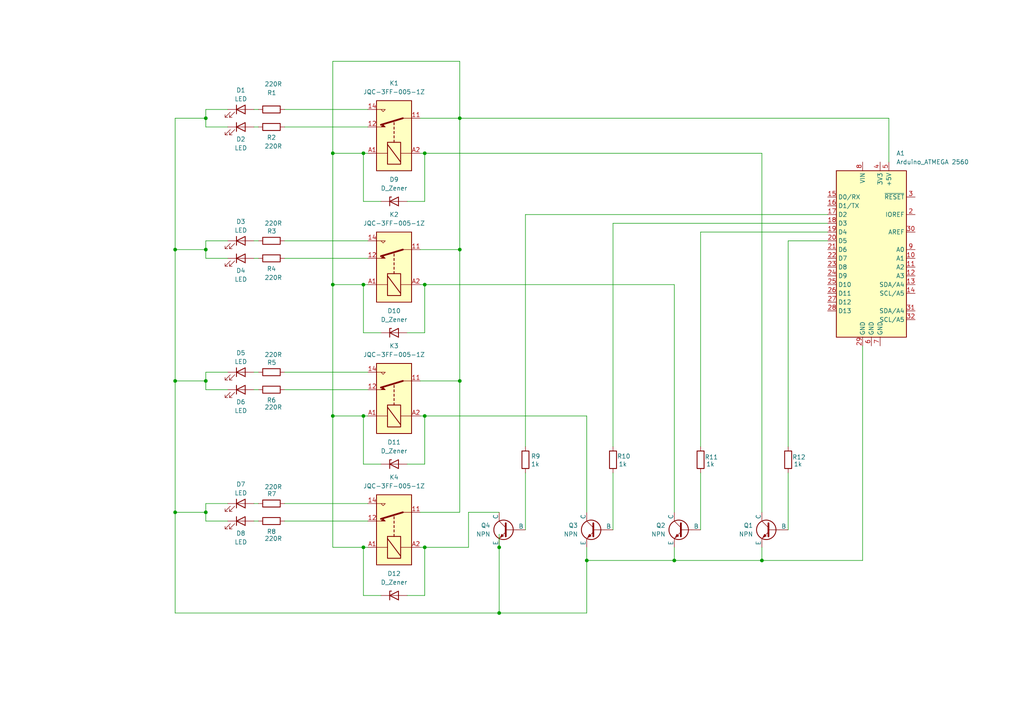
<source format=kicad_sch>
(kicad_sch (version 20250114) (generator "eeschema") (generator_version "9.0")
  (paper "A4")
  (lib_symbols
    (symbol "Device:D_Zener" (pin_numbers (hide yes)) (pin_names (offset 1.016) (hide yes))
      (property "Reference" "D" (at 0 2.54 0))
      (property "Value" "D_Zener" (at 0 -2.54 0))
      (symbol "D_Zener_0_1"
        (polyline (pts (xy -1.27 -1.27) (xy -1.27 1.27) (xy -0.762 1.27)) (stroke (width 0.254)))
        (polyline (pts (xy 1.27 0) (xy -1.27 0)))
        (polyline (pts (xy 1.27 -1.27) (xy 1.27 1.27) (xy -1.27 0) (xy 1.27 -1.27)) (stroke (width 0.254)))
      )
      (symbol "D_Zener_1_1"
        (pin passive line (at -3.81 0 0) (length 2.54) (name "K") (number "1"))
        (pin passive line (at 3.81 0 180) (length 2.54) (name "A") (number "2"))
      )
    )
    (symbol "Device:LED" (pin_numbers (hide yes)) (pin_names (offset 1.016) (hide yes))
      (property "Reference" "D" (at 0 2.54 0))
      (property "Value" "LED" (at 0 -2.54 0))
      (symbol "LED_0_1"
        (polyline (pts (xy -3.048 -0.762) (xy -4.572 -2.286) (xy -3.81 -2.286) (xy -4.572 -2.286) (xy -4.572 -1.524)))
        (polyline (pts (xy -1.778 -0.762) (xy -3.302 -2.286) (xy -2.54 -2.286) (xy -3.302 -2.286) (xy -3.302 -1.524)))
        (polyline (pts (xy -1.27 0) (xy 1.27 0)))
        (polyline (pts (xy -1.27 -1.27) (xy -1.27 1.27)) (stroke (width 0.254)))
        (polyline (pts (xy 1.27 -1.27) (xy 1.27 1.27) (xy -1.27 0) (xy 1.27 -1.27)) (stroke (width 0.254)))
      )
      (symbol "LED_1_1"
        (pin passive line (at -3.81 0 0) (length 2.54) (name "K") (number "1"))
        (pin passive line (at 3.81 0 180) (length 2.54) (name "A") (number "2"))
      )
    )
    (symbol "Device:R" (pin_numbers (hide yes)) (pin_names (offset 0))
      (property "Reference" "R" (at 2.032 0 90))
      (property "Value" "R" (at 0 0 90))
      (symbol "R_0_1"
        (rectangle (start -1.016 -2.54) (end 1.016 2.54) (stroke (width 0.254)))
      )
      (symbol "R_1_1"
        (pin passive line (at 0 3.81 270) (length 1.27) (name "~") (number "1"))
        (pin passive line (at 0 -3.81 90) (length 1.27) (name "~") (number "2"))
      )
    )
    (symbol "MCU_Module:Arduino_UNO_R3"
      (property "Reference" "A" (at -10.16 23.495 0))
      (property "Value" "Arduino_UNO_R3" (at 5.08 -26.67 0))
      (symbol "Arduino_UNO_R3_0_1"
        (rectangle (start -10.16 22.86) (end 10.16 -25.4) (stroke (width 0.254)) (fill (type background)))
      )
      (symbol "Arduino_UNO_R3_1_1"
        (pin bidirectional line (at -12.7 15.24 0) (length 2.54) (name "D0/RX") (number "15"))
        (pin bidirectional line (at -12.7 12.7 0) (length 2.54) (name "D1/TX") (number "16"))
        (pin bidirectional line (at -12.7 10.16 0) (length 2.54) (name "D2") (number "17"))
        (pin bidirectional line (at -12.7 7.62 0) (length 2.54) (name "D3") (number "18"))
        (pin bidirectional line (at -12.7 5.08 0) (length 2.54) (name "D4") (number "19"))
        (pin bidirectional line (at -12.7 2.54 0) (length 2.54) (name "D5") (number "20"))
        (pin bidirectional line (at -12.7 0 0) (length 2.54) (name "D6") (number "21"))
        (pin bidirectional line (at -12.7 -2.54 0) (length 2.54) (name "D7") (number "22"))
        (pin bidirectional line (at -12.7 -5.08 0) (length 2.54) (name "D8") (number "23"))
        (pin bidirectional line (at -12.7 -7.62 0) (length 2.54) (name "D9") (number "24"))
        (pin bidirectional line (at -12.7 -10.16 0) (length 2.54) (name "D10") (number "25"))
        (pin bidirectional line (at -12.7 -12.7 0) (length 2.54) (name "D11") (number "26"))
        (pin bidirectional line (at -12.7 -15.24 0) (length 2.54) (name "D12") (number "27"))
        (pin bidirectional line (at -12.7 -17.78 0) (length 2.54) (name "D13") (number "28"))
        (pin no_connect line (at -10.16 -20.32 0) (length 2.54) (hide yes) (name "NC") (number "1"))
        (pin power_in line (at -2.54 25.4 270) (length 2.54) (name "VIN") (number "8"))
        (pin power_in line (at -2.54 -27.94 90) (length 2.54) (name "GND") (number "29"))
        (pin power_in line (at 0 -27.94 90) (length 2.54) (name "GND") (number "6"))
        (pin power_out line (at 2.54 25.4 270) (length 2.54) (name "3V3") (number "4"))
        (pin power_in line (at 2.54 -27.94 90) (length 2.54) (name "GND") (number "7"))
        (pin power_out line (at 5.08 25.4 270) (length 2.54) (name "+5V") (number "5"))
        (pin input line (at 12.7 15.24 180) (length 2.54) (name "~{RESET}") (number "3"))
        (pin output line (at 12.7 10.16 180) (length 2.54) (name "IOREF") (number "2"))
        (pin input line (at 12.7 5.08 180) (length 2.54) (name "AREF") (number "30"))
        (pin bidirectional line (at 12.7 0 180) (length 2.54) (name "A0") (number "9"))
        (pin bidirectional line (at 12.7 -2.54 180) (length 2.54) (name "A1") (number "10"))
        (pin bidirectional line (at 12.7 -5.08 180) (length 2.54) (name "A2") (number "11"))
        (pin bidirectional line (at 12.7 -7.62 180) (length 2.54) (name "A3") (number "12"))
        (pin bidirectional line (at 12.7 -10.16 180) (length 2.54) (name "SDA/A4") (number "13"))
        (pin bidirectional line (at 12.7 -12.7 180) (length 2.54) (name "SCL/A5") (number "14"))
        (pin bidirectional line (at 12.7 -17.78 180) (length 2.54) (name "SDA/A4") (number "31"))
        (pin bidirectional line (at 12.7 -20.32 180) (length 2.54) (name "SCL/A5") (number "32"))
      )
    )
    (symbol "Relay:JQC-3FF-005-1Z"
      (property "Reference" "K" (at 11.43 3.81 0))
      (property "Value" "JQC-3FF-005-1Z" (at 11.43 1.27 0))
      (symbol "JQC-3FF-005-1Z_0_0"
        (polyline (pts (xy 7.62 5.08) (xy 7.62 2.54) (xy 6.985 3.175) (xy 7.62 3.81)))
      )
      (symbol "JQC-3FF-005-1Z_0_1"
        (rectangle (start -10.16 5.08) (end 10.16 -5.08) (stroke (width 0.254)) (fill (type background)))
        (rectangle (start -8.255 1.905) (end -1.905 -1.905) (stroke (width 0.254)))
        (polyline (pts (xy -7.62 -1.905) (xy -2.54 1.905)) (stroke (width 0.254)))
        (polyline (pts (xy -5.08 5.08) (xy -5.08 1.905)))
        (polyline (pts (xy -5.08 -5.08) (xy -5.08 -1.905)))
        (polyline (pts (xy -1.905 0) (xy -1.27 0)) (stroke (width 0.254)))
        (polyline (pts (xy -0.635 0) (xy 0 0)) (stroke (width 0.254)))
        (polyline (pts (xy 0.635 0) (xy 1.27 0)) (stroke (width 0.254)))
        (polyline (pts (xy 1.905 0) (xy 2.54 0)) (stroke (width 0.254)))
        (polyline (pts (xy 2.54 5.08) (xy 2.54 2.54) (xy 3.175 3.175) (xy 2.54 3.81)) (fill (type outline)))
        (polyline (pts (xy 3.175 0) (xy 3.81 0)) (stroke (width 0.254)))
        (polyline (pts (xy 5.08 -2.54) (xy 3.175 3.81)) (stroke (width 0.508)))
        (polyline (pts (xy 5.08 -2.54) (xy 5.08 -5.08)))
      )
      (symbol "JQC-3FF-005-1Z_1_1"
        (pin passive line (at -5.08 7.62 270) (length 2.54) (name "~") (number "A1"))
        (pin passive line (at -5.08 -7.62 90) (length 2.54) (name "~") (number "A2"))
        (pin passive line (at 2.54 7.62 270) (length 2.54) (name "~") (number "12"))
        (pin passive line (at 5.08 -7.62 90) (length 2.54) (name "~") (number "11"))
        (pin passive line (at 7.62 7.62 270) (length 2.54) (name "~") (number "14"))
      )
    )
    (symbol "Simulation_SPICE:NPN" (pin_numbers (hide yes)) (pin_names (offset 0))
      (property "Reference" "Q" (at -2.54 7.62 0))
      (property "Value" "NPN" (at -2.54 5.08 0))
      (symbol "NPN_0_1"
        (polyline (pts (xy -2.54 0) (xy 0.635 0)) (stroke (width 0.1524)))
        (polyline (pts (xy 0.635 1.905) (xy 0.635 -1.905) (xy 0.635 -1.905)) (stroke (width 0.508)))
        (polyline (pts (xy 0.635 0.635) (xy 2.54 2.54)))
        (polyline (pts (xy 0.635 -0.635) (xy 2.54 -2.54) (xy 2.54 -2.54)))
        (circle (center 1.27 0) (radius 2.8194) (stroke (width 0.254)))
        (polyline (pts (xy 1.27 -1.778) (xy 1.778 -1.27) (xy 2.286 -2.286) (xy 1.27 -1.778) (xy 1.27 -1.778)) (fill (type outline)))
        (polyline (pts (xy 2.794 -1.27) (xy 2.794 -1.27)) (stroke (width 0.1524)))
        (polyline (pts (xy 2.794 -1.27) (xy 2.794 -1.27)) (stroke (width 0.1524)))
      )
      (symbol "NPN_1_1"
        (pin input line (at -5.08 0 0) (length 2.54) (name "B") (number "2"))
        (pin open_collector line (at 2.54 5.08 270) (length 2.54) (name "C") (number "1"))
        (pin open_emitter line (at 2.54 -5.08 90) (length 2.54) (name "E") (number "3"))
      )
    )
  )
  (junction (at 96.52 82.55))
  (junction (at 144.78 177.8))
  (junction (at 105.41 44.45))
  (junction (at 133.35 72.39))
  (junction (at 105.41 158.75))
  (junction (at 123.19 82.55))
  (junction (at 50.8 110.49))
  (junction (at 59.69 72.39))
  (junction (at 220.98 162.56))
  (junction (at 59.69 34.29))
  (junction (at 170.18 162.56))
  (junction (at 50.8 72.39))
  (junction (at 105.41 82.55))
  (junction (at 59.69 110.49))
  (junction (at 96.52 44.45))
  (junction (at 123.19 158.75))
  (junction (at 96.52 120.65))
  (junction (at 133.35 110.49))
  (junction (at 144.78 158.75))
  (junction (at 50.8 148.59))
  (junction (at 133.35 34.29))
  (junction (at 195.58 162.56))
  (junction (at 105.41 120.65))
  (junction (at 123.19 44.45))
  (junction (at 123.19 120.65))
  (junction (at 59.69 148.59))
  (wire (pts (xy 203.2 67.31) (xy 240.03 67.31)))
  (wire (pts (xy 135.89 158.75) (xy 123.19 158.75)))
  (wire (pts (xy 152.4 62.23) (xy 240.03 62.23)))
  (wire (pts (xy 257.81 34.29) (xy 133.35 34.29)))
  (wire (pts (xy 59.69 107.95) (xy 66.04 107.95)))
  (wire (pts (xy 133.35 34.29) (xy 121.92 34.29)))
  (wire (pts (xy 123.19 44.45) (xy 121.92 44.45)))
  (wire (pts (xy 220.98 162.56) (xy 195.58 162.56)))
  (wire (pts (xy 59.69 34.29) (xy 59.69 36.83)))
  (wire (pts (xy 96.52 82.55) (xy 96.52 44.45)))
  (wire (pts (xy 59.69 74.93) (xy 66.04 74.93)))
  (wire (pts (xy 59.69 107.95) (xy 59.69 110.49)))
  (wire (pts (xy 74.93 146.05) (xy 73.66 146.05)))
  (wire (pts (xy 96.52 44.45) (xy 96.52 17.78)))
  (wire (pts (xy 195.58 162.56) (xy 195.58 158.75)))
  (wire (pts (xy 144.78 158.75) (xy 144.78 177.8)))
  (wire (pts (xy 220.98 44.45) (xy 123.19 44.45)))
  (wire (pts (xy 59.69 72.39) (xy 59.69 74.93)))
  (wire (pts (xy 82.55 74.93) (xy 106.68 74.93)))
  (wire (pts (xy 133.35 17.78) (xy 133.35 34.29)))
  (wire (pts (xy 82.55 151.13) (xy 106.68 151.13)))
  (wire (pts (xy 118.11 58.42) (xy 123.19 58.42)))
  (wire (pts (xy 123.19 158.75) (xy 121.92 158.75)))
  (wire (pts (xy 257.81 46.99) (xy 257.81 34.29)))
  (wire (pts (xy 220.98 158.75) (xy 220.98 162.56)))
  (wire (pts (xy 105.41 158.75) (xy 96.52 158.75)))
  (wire (pts (xy 152.4 129.54) (xy 152.4 62.23)))
  (wire (pts (xy 73.66 36.83) (xy 74.93 36.83)))
  (wire (pts (xy 123.19 82.55) (xy 195.58 82.55)))
  (wire (pts (xy 220.98 148.59) (xy 220.98 44.45)))
  (wire (pts (xy 105.41 158.75) (xy 106.68 158.75)))
  (wire (pts (xy 105.41 120.65) (xy 106.68 120.65)))
  (wire (pts (xy 118.11 96.52) (xy 123.19 96.52)))
  (wire (pts (xy 203.2 137.16) (xy 203.2 153.67)))
  (wire (pts (xy 118.11 172.72) (xy 123.19 172.72)))
  (wire (pts (xy 73.66 151.13) (xy 74.93 151.13)))
  (wire (pts (xy 50.8 34.29) (xy 59.69 34.29)))
  (wire (pts (xy 121.92 148.59) (xy 133.35 148.59)))
  (wire (pts (xy 50.8 148.59) (xy 59.69 148.59)))
  (wire (pts (xy 170.18 158.75) (xy 170.18 162.56)))
  (wire (pts (xy 170.18 162.56) (xy 170.18 177.8)))
  (wire (pts (xy 123.19 120.65) (xy 123.19 134.62)))
  (wire (pts (xy 133.35 148.59) (xy 133.35 110.49)))
  (wire (pts (xy 105.41 58.42) (xy 105.41 44.45)))
  (wire (pts (xy 144.78 154.94) (xy 144.78 158.75)))
  (wire (pts (xy 121.92 110.49) (xy 133.35 110.49)))
  (wire (pts (xy 144.78 148.59) (xy 135.89 148.59)))
  (wire (pts (xy 195.58 148.59) (xy 195.58 82.55)))
  (wire (pts (xy 123.19 82.55) (xy 123.19 96.52)))
  (wire (pts (xy 74.93 31.75) (xy 73.66 31.75)))
  (wire (pts (xy 82.55 146.05) (xy 106.68 146.05)))
  (wire (pts (xy 59.69 69.85) (xy 59.69 72.39)))
  (wire (pts (xy 59.69 110.49) (xy 59.69 113.03)))
  (wire (pts (xy 82.55 113.03) (xy 106.68 113.03)))
  (wire (pts (xy 50.8 148.59) (xy 50.8 177.8)))
  (wire (pts (xy 59.69 113.03) (xy 66.04 113.03)))
  (wire (pts (xy 50.8 72.39) (xy 50.8 110.49)))
  (wire (pts (xy 59.69 31.75) (xy 66.04 31.75)))
  (wire (pts (xy 74.93 107.95) (xy 73.66 107.95)))
  (wire (pts (xy 123.19 58.42) (xy 123.19 44.45)))
  (wire (pts (xy 228.6 137.16) (xy 228.6 153.67)))
  (wire (pts (xy 170.18 177.8) (xy 144.78 177.8)))
  (wire (pts (xy 73.66 74.93) (xy 74.93 74.93)))
  (wire (pts (xy 50.8 72.39) (xy 59.69 72.39)))
  (wire (pts (xy 59.69 148.59) (xy 59.69 151.13)))
  (wire (pts (xy 110.49 96.52) (xy 105.41 96.52)))
  (wire (pts (xy 123.19 158.75) (xy 123.19 172.72)))
  (wire (pts (xy 177.8 129.54) (xy 177.8 64.77)))
  (wire (pts (xy 105.41 82.55) (xy 105.41 96.52)))
  (wire (pts (xy 96.52 82.55) (xy 105.41 82.55)))
  (wire (pts (xy 105.41 44.45) (xy 106.68 44.45)))
  (wire (pts (xy 50.8 34.29) (xy 50.8 72.39)))
  (wire (pts (xy 59.69 36.83) (xy 66.04 36.83)))
  (wire (pts (xy 228.6 129.54) (xy 228.6 69.85)))
  (wire (pts (xy 110.49 134.62) (xy 105.41 134.62)))
  (wire (pts (xy 133.35 110.49) (xy 133.35 72.39)))
  (wire (pts (xy 170.18 120.65) (xy 123.19 120.65)))
  (wire (pts (xy 59.69 146.05) (xy 66.04 146.05)))
  (wire (pts (xy 59.69 151.13) (xy 66.04 151.13)))
  (wire (pts (xy 50.8 110.49) (xy 59.69 110.49)))
  (wire (pts (xy 123.19 82.55) (xy 121.92 82.55)))
  (wire (pts (xy 50.8 110.49) (xy 50.8 148.59)))
  (wire (pts (xy 152.4 137.16) (xy 152.4 153.67)))
  (wire (pts (xy 121.92 72.39) (xy 133.35 72.39)))
  (wire (pts (xy 177.8 64.77) (xy 240.03 64.77)))
  (wire (pts (xy 105.41 82.55) (xy 106.68 82.55)))
  (wire (pts (xy 59.69 146.05) (xy 59.69 148.59)))
  (wire (pts (xy 170.18 148.59) (xy 170.18 120.65)))
  (wire (pts (xy 105.41 158.75) (xy 105.41 172.72)))
  (wire (pts (xy 105.41 120.65) (xy 105.41 134.62)))
  (wire (pts (xy 110.49 58.42) (xy 105.41 58.42)))
  (wire (pts (xy 250.19 100.33) (xy 250.19 162.56)))
  (wire (pts (xy 203.2 129.54) (xy 203.2 67.31)))
  (wire (pts (xy 177.8 137.16) (xy 177.8 153.67)))
  (wire (pts (xy 73.66 113.03) (xy 74.93 113.03)))
  (wire (pts (xy 74.93 69.85) (xy 73.66 69.85)))
  (wire (pts (xy 133.35 72.39) (xy 133.35 34.29)))
  (wire (pts (xy 59.69 69.85) (xy 66.04 69.85)))
  (wire (pts (xy 96.52 44.45) (xy 105.41 44.45)))
  (wire (pts (xy 96.52 120.65) (xy 96.52 82.55)))
  (wire (pts (xy 82.55 69.85) (xy 106.68 69.85)))
  (wire (pts (xy 59.69 31.75) (xy 59.69 34.29)))
  (wire (pts (xy 82.55 36.83) (xy 106.68 36.83)))
  (wire (pts (xy 110.49 172.72) (xy 105.41 172.72)))
  (wire (pts (xy 123.19 120.65) (xy 121.92 120.65)))
  (wire (pts (xy 96.52 158.75) (xy 96.52 120.65)))
  (wire (pts (xy 96.52 17.78) (xy 133.35 17.78)))
  (wire (pts (xy 96.52 120.65) (xy 105.41 120.65)))
  (wire (pts (xy 250.19 162.56) (xy 220.98 162.56)))
  (wire (pts (xy 82.55 107.95) (xy 106.68 107.95)))
  (wire (pts (xy 228.6 69.85) (xy 240.03 69.85)))
  (wire (pts (xy 50.8 177.8) (xy 144.78 177.8)))
  (wire (pts (xy 82.55 31.75) (xy 106.68 31.75)))
  (wire (pts (xy 135.89 148.59) (xy 135.89 158.75)))
  (wire (pts (xy 118.11 134.62) (xy 123.19 134.62)))
  (wire (pts (xy 195.58 162.56) (xy 170.18 162.56)))
  (symbol (lib_id "Device:LED") (at 69.85 31.75 0) (unit 1)
    (property "Reference" "D1" (at 69.85 26.162 0))
    (property "Value" "LED" (at 69.85 28.702 0))
    (property "Description" "Light emitting diode" (effects (hide yes)))
    (property "Sim.Pins" "1=K 2=A" (effects (hide yes)))
  )
  (symbol (lib_id "Simulation_SPICE:NPN") (at 147.32 153.67 0) (mirror y) (unit 1)
    (property "Reference" "Q4" (at 142.24 152.3999 0) (effects (justify left)))
    (property "Value" "NPN" (at 142.24 154.9399 0) (effects (justify left)))
    (property "Datasheet" "https://ngspice.sourceforge.io/docs/ngspice-html-manual/manual.xhtml#cha_BJTs" (effects (hide yes)))
    (property "Description" "Bipolar transistor symbol for simulation only, substrate tied to the emitter" (effects (hide yes)))
    (property "Sim.Device" "NPN" (effects (hide yes)))
    (property "Sim.Type" "GUMMELPOON" (effects (hide yes)))
    (property "Sim.Pins" "1=C 2=B 3=E" (effects (hide yes)))
  )
  (symbol (lib_id "Device:R") (at 78.74 31.75 270) (unit 1)
    (property "Reference" "R1" (at 77.47 26.924 90) (effects (justify left)))
    (property "Value" "220R" (at 76.708 24.384 90) (effects (justify left)))
    (property "Description" "Resistor" (effects (hide yes)))
  )
  (symbol (lib_id "Device:LED") (at 69.85 146.05 0) (unit 1)
    (property "Reference" "D7" (at 69.85 140.462 0))
    (property "Value" "LED" (at 69.85 143.002 0))
    (property "Description" "Light emitting diode" (effects (hide yes)))
    (property "Sim.Pins" "1=K 2=A" (effects (hide yes)))
  )
  (symbol (lib_id "Simulation_SPICE:NPN") (at 172.72 153.67 0) (mirror y) (unit 1)
    (property "Reference" "Q3" (at 167.64 152.3999 0) (effects (justify left)))
    (property "Value" "NPN" (at 167.64 154.9399 0) (effects (justify left)))
    (property "Datasheet" "https://ngspice.sourceforge.io/docs/ngspice-html-manual/manual.xhtml#cha_BJTs" (effects (hide yes)))
    (property "Description" "Bipolar transistor symbol for simulation only, substrate tied to the emitter" (effects (hide yes)))
    (property "Sim.Device" "NPN" (effects (hide yes)))
    (property "Sim.Type" "GUMMELPOON" (effects (hide yes)))
    (property "Sim.Pins" "1=C 2=B 3=E" (effects (hide yes)))
  )
  (symbol (lib_id "Device:LED") (at 69.85 107.95 0) (unit 1)
    (property "Reference" "D5" (at 69.85 102.362 0))
    (property "Value" "LED" (at 69.85 104.902 0))
    (property "Description" "Light emitting diode" (effects (hide yes)))
    (property "Sim.Pins" "1=K 2=A" (effects (hide yes)))
  )
  (symbol (lib_id "Device:R") (at 78.74 107.95 270) (unit 1)
    (property "Reference" "R5" (at 77.47 105.156 90) (effects (justify left)))
    (property "Value" "220R" (at 76.708 102.87 90) (effects (justify left)))
    (property "Description" "Resistor" (effects (hide yes)))
  )
  (symbol (lib_id "Device:D_Zener") (at 114.3 58.42 0) (unit 1)
    (property "Reference" "D9" (at 114.3 52.07 0))
    (property "Value" "D_Zener" (at 114.3 54.61 0))
    (property "Description" "Zener diode" (effects (hide yes)))
  )
  (symbol (lib_id "Simulation_SPICE:NPN") (at 223.52 153.67 0) (mirror y) (unit 1)
    (property "Reference" "Q1" (at 218.44 152.3999 0) (effects (justify left)))
    (property "Value" "NPN" (at 218.44 154.9399 0) (effects (justify left)))
    (property "Datasheet" "https://ngspice.sourceforge.io/docs/ngspice-html-manual/manual.xhtml#cha_BJTs" (effects (hide yes)))
    (property "Description" "Bipolar transistor symbol for simulation only, substrate tied to the emitter" (effects (hide yes)))
    (property "Sim.Device" "NPN" (effects (hide yes)))
    (property "Sim.Type" "GUMMELPOON" (effects (hide yes)))
    (property "Sim.Pins" "1=C 2=B 3=E" (effects (hide yes)))
  )
  (symbol (lib_id "Device:D_Zener") (at 114.3 172.72 0) (unit 1)
    (property "Reference" "D12" (at 114.3 166.37 0))
    (property "Value" "D_Zener" (at 114.3 168.91 0))
    (property "Description" "Zener diode" (effects (hide yes)))
  )
  (symbol (lib_id "Device:D_Zener") (at 114.3 134.62 0) (unit 1)
    (property "Reference" "D11" (at 114.3 128.27 0))
    (property "Value" "D_Zener" (at 114.3 130.81 0))
    (property "Description" "Zener diode" (effects (hide yes)))
  )
  (symbol (lib_id "Relay:JQC-3FF-005-1Z") (at 114.3 153.67 90) (unit 1)
    (property "Reference" "K4" (at 114.3 138.43 90))
    (property "Value" "JQC-3FF-005-1Z" (at 114.3 140.97 90))
    (property "Footprint" "Relay_THT:Relay_SPDT_Hongfa_JQC-3FF_0XX-1Z" (effects (hide yes)))
    (property "Datasheet" "https://www.digikey.com/htmldatasheets/production/2071105/0/0/1/JQC-3FF.pdf" (effects (hide yes)))
    (property "Description" "Subminiature High Power SPDT Relay, 5V Coil nom. 0.36W, 10A switching current, max 10A@277VAC/28VDC" (effects (hide yes)))
  )
  (symbol (lib_id "MCU_Module:Arduino_UNO_R3") (at 252.73 72.39 0) (unit 1)
    (property "Reference" "A1" (at 259.9533 44.45 0) (effects (justify left)))
    (property "Value" "Arduino_ATMEGA 2560" (at 259.9533 46.99 0) (effects (justify left)))
    (property "Footprint" "Module:Arduino_UNO_R3" (effects (hide yes)))
    (property "Datasheet" "https://www.arduino.cc/en/Main/arduinoBoardUno" (effects (hide yes)))
    (property "Description" "Arduino UNO Microcontroller Module, release 3" (effects (hide yes)))
  )
  (symbol (lib_id "Device:R") (at 78.74 113.03 270) (unit 1)
    (property "Reference" "R6" (at 78.74 116.078 90))
    (property "Value" "220R" (at 76.708 118.11 90) (effects (justify left)))
    (property "Description" "Resistor" (effects (hide yes)))
  )
  (symbol (lib_id "Device:LED") (at 69.85 151.13 0) (unit 1)
    (property "Reference" "D8" (at 69.85 154.686 0))
    (property "Value" "LED" (at 69.85 157.226 0))
    (property "Description" "Light emitting diode" (effects (hide yes)))
    (property "Sim.Pins" "1=K 2=A" (effects (hide yes)))
  )
  (symbol (lib_id "Device:R") (at 78.74 36.83 270) (unit 1)
    (property "Reference" "R2" (at 78.74 39.878 90))
    (property "Value" "220R" (at 76.708 42.418 90) (effects (justify left)))
    (property "Description" "Resistor" (effects (hide yes)))
  )
  (symbol (lib_id "Relay:JQC-3FF-005-1Z") (at 114.3 77.47 90) (unit 1)
    (property "Reference" "K2" (at 114.3 62.23 90))
    (property "Value" "JQC-3FF-005-1Z" (at 114.3 64.77 90))
    (property "Footprint" "Relay_THT:Relay_SPDT_Hongfa_JQC-3FF_0XX-1Z" (effects (hide yes)))
    (property "Datasheet" "https://www.digikey.com/htmldatasheets/production/2071105/0/0/1/JQC-3FF.pdf" (effects (hide yes)))
    (property "Description" "Subminiature High Power SPDT Relay, 5V Coil nom. 0.36W, 10A switching current, max 10A@277VAC/28VDC" (effects (hide yes)))
  )
  (symbol (lib_id "Relay:JQC-3FF-005-1Z") (at 114.3 39.37 90) (unit 1)
    (property "Reference" "K1" (at 114.3 24.13 90))
    (property "Value" "JQC-3FF-005-1Z" (at 114.3 26.67 90))
    (property "Footprint" "Relay_THT:Relay_SPDT_Hongfa_JQC-3FF_0XX-1Z" (effects (hide yes)))
    (property "Datasheet" "https://www.digikey.com/htmldatasheets/production/2071105/0/0/1/JQC-3FF.pdf" (effects (hide yes)))
    (property "Description" "Subminiature High Power SPDT Relay, 5V Coil nom. 0.36W, 10A switching current, max 10A@277VAC/28VDC" (effects (hide yes)))
  )
  (symbol (lib_id "Device:R") (at 203.2 133.35 180) (unit 1)
    (property "Reference" "R11" (at 208.28 132.588 0) (effects (justify left)))
    (property "Value" "1k" (at 207.264 134.62 0) (effects (justify left)))
    (property "Description" "Resistor" (effects (hide yes)))
  )
  (symbol (lib_id "Device:LED") (at 69.85 69.85 0) (unit 1)
    (property "Reference" "D3" (at 69.85 64.262 0))
    (property "Value" "LED" (at 69.85 66.802 0))
    (property "Description" "Light emitting diode" (effects (hide yes)))
    (property "Sim.Pins" "1=K 2=A" (effects (hide yes)))
  )
  (symbol (lib_id "Device:D_Zener") (at 114.3 96.52 0) (unit 1)
    (property "Reference" "D10" (at 114.3 90.17 0))
    (property "Value" "D_Zener" (at 114.3 92.71 0))
    (property "Description" "Zener diode" (effects (hide yes)))
  )
  (symbol (lib_id "Device:LED") (at 69.85 74.93 0) (unit 1)
    (property "Reference" "D4" (at 69.85 78.486 0))
    (property "Value" "LED" (at 69.85 81.026 0))
    (property "Description" "Light emitting diode" (effects (hide yes)))
    (property "Sim.Pins" "1=K 2=A" (effects (hide yes)))
  )
  (symbol (lib_id "Simulation_SPICE:NPN") (at 198.12 153.67 0) (mirror y) (unit 1)
    (property "Reference" "Q2" (at 193.04 152.3999 0) (effects (justify left)))
    (property "Value" "NPN" (at 193.04 154.9399 0) (effects (justify left)))
    (property "Datasheet" "https://ngspice.sourceforge.io/docs/ngspice-html-manual/manual.xhtml#cha_BJTs" (effects (hide yes)))
    (property "Description" "Bipolar transistor symbol for simulation only, substrate tied to the emitter" (effects (hide yes)))
    (property "Sim.Device" "NPN" (effects (hide yes)))
    (property "Sim.Type" "GUMMELPOON" (effects (hide yes)))
    (property "Sim.Pins" "1=C 2=B 3=E" (effects (hide yes)))
  )
  (symbol (lib_id "Device:LED") (at 69.85 36.83 0) (unit 1)
    (property "Reference" "D2" (at 69.85 40.386 0))
    (property "Value" "LED" (at 69.85 42.926 0))
    (property "Description" "Light emitting diode" (effects (hide yes)))
    (property "Sim.Pins" "1=K 2=A" (effects (hide yes)))
  )
  (symbol (lib_id "Device:R") (at 78.74 69.85 270) (unit 1)
    (property "Reference" "R3" (at 77.47 67.056 90) (effects (justify left)))
    (property "Value" "220R" (at 76.708 64.77 90) (effects (justify left)))
    (property "Description" "Resistor" (effects (hide yes)))
  )
  (symbol (lib_id "Relay:JQC-3FF-005-1Z") (at 114.3 115.57 90) (unit 1)
    (property "Reference" "K3" (at 114.3 100.33 90))
    (property "Value" "JQC-3FF-005-1Z" (at 114.3 102.87 90))
    (property "Footprint" "Relay_THT:Relay_SPDT_Hongfa_JQC-3FF_0XX-1Z" (effects (hide yes)))
    (property "Datasheet" "https://www.digikey.com/htmldatasheets/production/2071105/0/0/1/JQC-3FF.pdf" (effects (hide yes)))
    (property "Description" "Subminiature High Power SPDT Relay, 5V Coil nom. 0.36W, 10A switching current, max 10A@277VAC/28VDC" (effects (hide yes)))
  )
  (symbol (lib_id "Device:R") (at 78.74 74.93 270) (unit 1)
    (property "Reference" "R4" (at 78.74 77.978 90))
    (property "Value" "220R" (at 76.708 80.518 90) (effects (justify left)))
    (property "Description" "Resistor" (effects (hide yes)))
  )
  (symbol (lib_id "Device:LED") (at 69.85 113.03 0) (unit 1)
    (property "Reference" "D6" (at 69.85 116.586 0))
    (property "Value" "LED" (at 69.85 119.126 0))
    (property "Description" "Light emitting diode" (effects (hide yes)))
    (property "Sim.Pins" "1=K 2=A" (effects (hide yes)))
  )
  (symbol (lib_id "Device:R") (at 228.6 133.35 180) (unit 1)
    (property "Reference" "R12" (at 233.68 132.588 0) (effects (justify left)))
    (property "Value" "1k" (at 232.664 134.62 0) (effects (justify left)))
    (property "Description" "Resistor" (effects (hide yes)))
  )
  (symbol (lib_id "Device:R") (at 152.4 133.35 180) (unit 1)
    (property "Reference" "R9" (at 156.718 132.334 0) (effects (justify left)))
    (property "Value" "1k" (at 156.464 134.62 0) (effects (justify left)))
    (property "Description" "Resistor" (effects (hide yes)))
  )
  (symbol (lib_id "Device:R") (at 78.74 151.13 270) (unit 1)
    (property "Reference" "R8" (at 78.74 154.178 90))
    (property "Value" "220R" (at 76.708 156.21 90) (effects (justify left)))
    (property "Description" "Resistor" (effects (hide yes)))
  )
  (symbol (lib_id "Device:R") (at 177.8 133.35 180) (unit 1)
    (property "Reference" "R10" (at 182.88 132.334 0) (effects (justify left)))
    (property "Value" "1k" (at 181.864 134.62 0) (effects (justify left)))
    (property "Description" "Resistor" (effects (hide yes)))
  )
  (symbol (lib_id "Device:R") (at 78.74 146.05 270) (unit 1)
    (property "Reference" "R7" (at 77.47 143.256 90) (effects (justify left)))
    (property "Value" "220R" (at 76.708 141.224 90) (effects (justify left)))
    (property "Description" "Resistor" (effects (hide yes)))
  )
)
</source>
